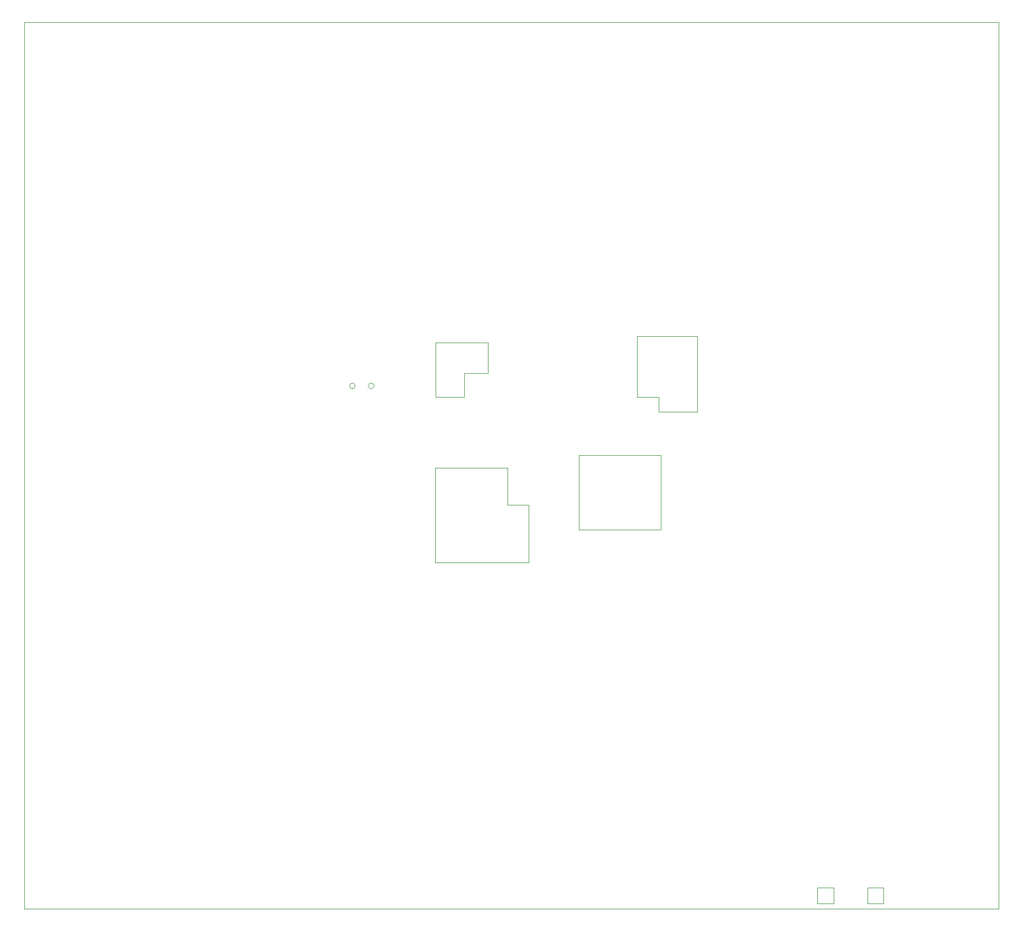
<source format=gm1>
G04 #@! TF.GenerationSoftware,KiCad,Pcbnew,8.0.0-rc1*
G04 #@! TF.CreationDate,2025-03-26T09:49:13+03:00*
G04 #@! TF.ProjectId,Movita_3566_HXV_Router_V4.1,4d6f7669-7461-45f3-9335-36365f485856,REV1*
G04 #@! TF.SameCoordinates,Original*
G04 #@! TF.FileFunction,Profile,NP*
%FSLAX46Y46*%
G04 Gerber Fmt 4.6, Leading zero omitted, Abs format (unit mm)*
G04 Created by KiCad (PCBNEW 8.0.0-rc1) date 2025-03-26 09:49:13*
%MOMM*%
%LPD*%
G01*
G04 APERTURE LIST*
G04 #@! TA.AperFunction,Profile*
%ADD10C,0.050000*%
G04 #@! TD*
G04 #@! TA.AperFunction,Profile*
%ADD11C,0.020000*%
G04 #@! TD*
G04 APERTURE END LIST*
D10*
X47470000Y-25550000D02*
X203470000Y-25550000D01*
X203470000Y-167550000D01*
X47470000Y-167550000D01*
X47470000Y-25550000D01*
X177040000Y-164190000D02*
X174440000Y-164190000D01*
X174440000Y-166690000D01*
X177040000Y-166690000D01*
X177040000Y-164190000D01*
X182440000Y-164190000D02*
X185040000Y-164190000D01*
X185040000Y-166690000D01*
X182440000Y-166690000D01*
X182440000Y-164190000D01*
X113192200Y-96929589D02*
X124814490Y-96929589D01*
X113192200Y-112147800D02*
X113192200Y-96929589D01*
X113192200Y-112147800D02*
X128238160Y-112147800D01*
X113345701Y-76855200D02*
X113345701Y-85623324D01*
X113345701Y-76855200D02*
X121675419Y-76855200D01*
X113345701Y-85623324D02*
X117913611Y-85623324D01*
X117913611Y-81783734D02*
X121675419Y-81783734D01*
X117913611Y-85623324D02*
X117913611Y-81783734D01*
X121675419Y-81783734D02*
X121675419Y-76855200D01*
X124814490Y-96929589D02*
X124814490Y-102864759D01*
X124814490Y-102864759D02*
X128238160Y-102864759D01*
X128238160Y-112147800D02*
X128238160Y-102864759D01*
X145604031Y-75878455D02*
X145604031Y-85594102D01*
X145604031Y-85594102D02*
X149006360Y-85594102D01*
X149006360Y-85594102D02*
X149006360Y-87955839D01*
X149006360Y-87955839D02*
X155185328Y-87955839D01*
X155185328Y-75878455D02*
X145604031Y-75878455D01*
X155185328Y-75878455D02*
X155185328Y-87955839D01*
X136284193Y-106829417D02*
X149379811Y-106829417D01*
X149379811Y-94964718D01*
X136284193Y-94964718D01*
X136284193Y-106829417D01*
D11*
X100430000Y-83830000D02*
G75*
G02*
X99530000Y-83830000I-450000J0D01*
G01*
X99530000Y-83830000D02*
G75*
G02*
X100430000Y-83830000I450000J0D01*
G01*
X103430000Y-83830000D02*
G75*
G02*
X102530000Y-83830000I-450000J0D01*
G01*
X102530000Y-83830000D02*
G75*
G02*
X103430000Y-83830000I450000J0D01*
G01*
M02*

</source>
